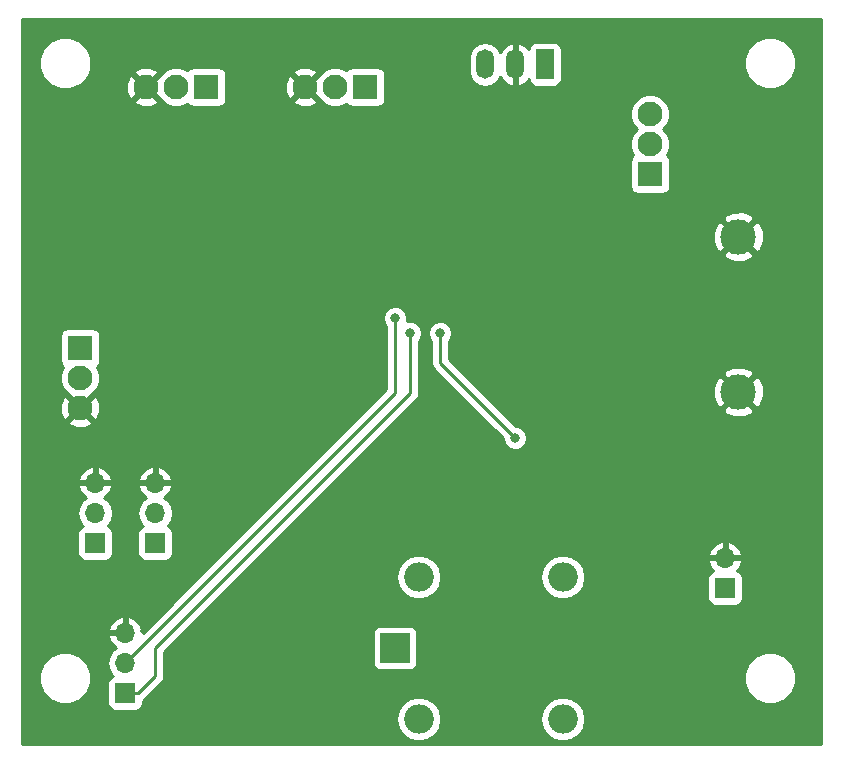
<source format=gbl>
G04 #@! TF.GenerationSoftware,KiCad,Pcbnew,5.0.2-bee76a0~70~ubuntu18.10.1*
G04 #@! TF.CreationDate,2019-09-06T12:11:08+02:00*
G04 #@! TF.ProjectId,Handylader_Fach_RS458_SMD_002,48616e64-796c-4616-9465-725f46616368,rev?*
G04 #@! TF.SameCoordinates,Original*
G04 #@! TF.FileFunction,Copper,L2,Bot*
G04 #@! TF.FilePolarity,Positive*
%FSLAX46Y46*%
G04 Gerber Fmt 4.6, Leading zero omitted, Abs format (unit mm)*
G04 Created by KiCad (PCBNEW 5.0.2-bee76a0~70~ubuntu18.10.1) date Fr 06 Sep 2019 12:11:08 CEST*
%MOMM*%
%LPD*%
G01*
G04 APERTURE LIST*
G04 #@! TA.AperFunction,ComponentPad*
%ADD10C,3.000000*%
G04 #@! TD*
G04 #@! TA.AperFunction,ComponentPad*
%ADD11C,2.100000*%
G04 #@! TD*
G04 #@! TA.AperFunction,ComponentPad*
%ADD12R,2.100000X2.100000*%
G04 #@! TD*
G04 #@! TA.AperFunction,ComponentPad*
%ADD13R,2.500000X2.500000*%
G04 #@! TD*
G04 #@! TA.AperFunction,ComponentPad*
%ADD14O,2.500000X2.500000*%
G04 #@! TD*
G04 #@! TA.AperFunction,ComponentPad*
%ADD15R,1.500000X2.500000*%
G04 #@! TD*
G04 #@! TA.AperFunction,ComponentPad*
%ADD16O,1.500000X2.500000*%
G04 #@! TD*
G04 #@! TA.AperFunction,ComponentPad*
%ADD17R,1.700000X1.700000*%
G04 #@! TD*
G04 #@! TA.AperFunction,ComponentPad*
%ADD18O,1.700000X1.700000*%
G04 #@! TD*
G04 #@! TA.AperFunction,ViaPad*
%ADD19C,0.800000*%
G04 #@! TD*
G04 #@! TA.AperFunction,Conductor*
%ADD20C,0.250000*%
G04 #@! TD*
G04 #@! TA.AperFunction,Conductor*
%ADD21C,0.254000*%
G04 #@! TD*
G04 APERTURE END LIST*
D10*
G04 #@! TO.P,J12,5*
G04 #@! TO.N,GND*
X92570000Y-35030000D03*
X92570000Y-48170000D03*
G04 #@! TD*
D11*
G04 #@! TO.P,J1,3*
G04 #@! TO.N,Net-(C1-Pad1)*
X85090000Y-24638000D03*
G04 #@! TO.P,J1,2*
G04 #@! TO.N,N/C*
X85090000Y-27178000D03*
D12*
G04 #@! TO.P,J1,1*
G04 #@! TO.N,AC-SENSE*
X85090000Y-29718000D03*
G04 #@! TD*
G04 #@! TO.P,J2,1*
G04 #@! TO.N,+12V*
X60960000Y-22352000D03*
D11*
G04 #@! TO.P,J2,2*
G04 #@! TO.N,N/C*
X58420000Y-22352000D03*
G04 #@! TO.P,J2,3*
G04 #@! TO.N,GND*
X55880000Y-22352000D03*
G04 #@! TD*
G04 #@! TO.P,J3,3*
G04 #@! TO.N,GND*
X42418000Y-22352000D03*
G04 #@! TO.P,J3,2*
G04 #@! TO.N,N/C*
X44958000Y-22352000D03*
D12*
G04 #@! TO.P,J3,1*
G04 #@! TO.N,+12V*
X47498000Y-22352000D03*
G04 #@! TD*
G04 #@! TO.P,J4,1*
G04 #@! TO.N,+5V*
X36830000Y-44450000D03*
D11*
G04 #@! TO.P,J4,2*
G04 #@! TO.N,Net-(J4-Pad2)*
X36830000Y-46990000D03*
G04 #@! TO.P,J4,3*
G04 #@! TO.N,GND*
X36830000Y-49530000D03*
G04 #@! TD*
D13*
G04 #@! TO.P,K1,1*
G04 #@! TO.N,+12V*
X63500000Y-69850000D03*
D14*
G04 #@! TO.P,K1,2*
G04 #@! TO.N,+5V*
X65500000Y-75850000D03*
G04 #@! TO.P,K1,3*
G04 #@! TO.N,RELAIS-OUT*
X77700000Y-75850000D03*
G04 #@! TO.P,K1,4*
G04 #@! TO.N,N/C*
X77700000Y-63850000D03*
G04 #@! TO.P,K1,5*
G04 #@! TO.N,RELAIS*
X65500000Y-63850000D03*
G04 #@! TD*
D15*
G04 #@! TO.P,U2,1*
G04 #@! TO.N,+12V*
X76200000Y-20425000D03*
D16*
G04 #@! TO.P,U2,2*
G04 #@! TO.N,GND*
X73660000Y-20425000D03*
G04 #@! TO.P,U2,3*
G04 #@! TO.N,+5V*
X71120000Y-20425000D03*
G04 #@! TD*
D17*
G04 #@! TO.P,J7,1*
G04 #@! TO.N,D6*
X38100000Y-60960000D03*
D18*
G04 #@! TO.P,J7,2*
G04 #@! TO.N,+5V*
X38100000Y-58420000D03*
G04 #@! TO.P,J7,3*
G04 #@! TO.N,GND*
X38100000Y-55880000D03*
G04 #@! TD*
G04 #@! TO.P,J9,3*
G04 #@! TO.N,GND*
X43180000Y-55880000D03*
G04 #@! TO.P,J9,2*
G04 #@! TO.N,+5V*
X43180000Y-58420000D03*
D17*
G04 #@! TO.P,J9,1*
G04 #@! TO.N,D5*
X43180000Y-60960000D03*
G04 #@! TD*
G04 #@! TO.P,J11,1*
G04 #@! TO.N,RELAIS-OUT*
X91440000Y-64770000D03*
D18*
G04 #@! TO.P,J11,2*
G04 #@! TO.N,GND*
X91440000Y-62230000D03*
G04 #@! TD*
D17*
G04 #@! TO.P,J8,1*
G04 #@! TO.N,RX*
X40640000Y-73660000D03*
D18*
G04 #@! TO.P,J8,2*
G04 #@! TO.N,TX*
X40640000Y-71120000D03*
G04 #@! TO.P,J8,3*
G04 #@! TO.N,GND*
X40640000Y-68580000D03*
G04 #@! TD*
D19*
G04 #@! TO.N,GND*
X62230000Y-26670000D03*
X74930000Y-55880000D03*
X58420000Y-44450000D03*
X76200000Y-24130000D03*
X41910000Y-49530000D03*
X53340000Y-63500000D03*
X72390000Y-33020000D03*
X54610000Y-36830000D03*
X44450000Y-43180000D03*
X54610000Y-68580000D03*
X85090000Y-41910000D03*
X78740000Y-46990000D03*
G04 #@! TO.N,RESET*
X73660000Y-52070000D03*
X67310000Y-43180000D03*
G04 #@! TO.N,RX*
X64770000Y-43180000D03*
G04 #@! TO.N,TX*
X63500000Y-41910000D03*
G04 #@! TD*
D20*
G04 #@! TO.N,RESET*
X73660000Y-52070000D02*
X67310000Y-45720000D01*
X67310000Y-45720000D02*
X67310000Y-43180000D01*
G04 #@! TO.N,RX*
X64770000Y-43180000D02*
X64770000Y-48260000D01*
X64770000Y-48260000D02*
X43180000Y-69850000D01*
X41740000Y-73660000D02*
X40640000Y-73660000D01*
X43180000Y-72220000D02*
X41740000Y-73660000D01*
X43180000Y-69850000D02*
X43180000Y-72220000D01*
G04 #@! TO.N,TX*
X63500000Y-48260000D02*
X63500000Y-41910000D01*
X40640000Y-71120000D02*
X63500000Y-48260000D01*
G04 #@! TD*
D21*
G04 #@! TO.N,GND*
G36*
X99595000Y-78005000D02*
X31877000Y-78005000D01*
X31877000Y-75850000D01*
X63578071Y-75850000D01*
X63724369Y-76585490D01*
X64140991Y-77209009D01*
X64764510Y-77625631D01*
X65314345Y-77735000D01*
X65685655Y-77735000D01*
X66235490Y-77625631D01*
X66859009Y-77209009D01*
X67275631Y-76585490D01*
X67421929Y-75850000D01*
X75778071Y-75850000D01*
X75924369Y-76585490D01*
X76340991Y-77209009D01*
X76964510Y-77625631D01*
X77514345Y-77735000D01*
X77885655Y-77735000D01*
X78435490Y-77625631D01*
X79059009Y-77209009D01*
X79475631Y-76585490D01*
X79621929Y-75850000D01*
X79475631Y-75114510D01*
X79059009Y-74490991D01*
X78435490Y-74074369D01*
X77885655Y-73965000D01*
X77514345Y-73965000D01*
X76964510Y-74074369D01*
X76340991Y-74490991D01*
X75924369Y-75114510D01*
X75778071Y-75850000D01*
X67421929Y-75850000D01*
X67275631Y-75114510D01*
X66859009Y-74490991D01*
X66235490Y-74074369D01*
X65685655Y-73965000D01*
X65314345Y-73965000D01*
X64764510Y-74074369D01*
X64140991Y-74490991D01*
X63724369Y-75114510D01*
X63578071Y-75850000D01*
X31877000Y-75850000D01*
X31877000Y-71945431D01*
X33325000Y-71945431D01*
X33325000Y-72834569D01*
X33665259Y-73656026D01*
X34293974Y-74284741D01*
X35115431Y-74625000D01*
X36004569Y-74625000D01*
X36826026Y-74284741D01*
X37454741Y-73656026D01*
X37795000Y-72834569D01*
X37795000Y-71945431D01*
X37454741Y-71123974D01*
X37450767Y-71120000D01*
X39125908Y-71120000D01*
X39241161Y-71699418D01*
X39569375Y-72190625D01*
X39587619Y-72202816D01*
X39542235Y-72211843D01*
X39332191Y-72352191D01*
X39191843Y-72562235D01*
X39142560Y-72810000D01*
X39142560Y-74510000D01*
X39191843Y-74757765D01*
X39332191Y-74967809D01*
X39542235Y-75108157D01*
X39790000Y-75157440D01*
X41490000Y-75157440D01*
X41737765Y-75108157D01*
X41947809Y-74967809D01*
X42088157Y-74757765D01*
X42137440Y-74510000D01*
X42137440Y-74308483D01*
X42287929Y-74207929D01*
X42330331Y-74144470D01*
X43664473Y-72810329D01*
X43727929Y-72767929D01*
X43895904Y-72516537D01*
X43940000Y-72294852D01*
X43940000Y-72294848D01*
X43954888Y-72220000D01*
X43940000Y-72145152D01*
X43940000Y-71945431D01*
X93015000Y-71945431D01*
X93015000Y-72834569D01*
X93355259Y-73656026D01*
X93983974Y-74284741D01*
X94805431Y-74625000D01*
X95694569Y-74625000D01*
X96516026Y-74284741D01*
X97144741Y-73656026D01*
X97485000Y-72834569D01*
X97485000Y-71945431D01*
X97144741Y-71123974D01*
X96516026Y-70495259D01*
X95694569Y-70155000D01*
X94805431Y-70155000D01*
X93983974Y-70495259D01*
X93355259Y-71123974D01*
X93015000Y-71945431D01*
X43940000Y-71945431D01*
X43940000Y-70164801D01*
X45504801Y-68600000D01*
X61602560Y-68600000D01*
X61602560Y-71100000D01*
X61651843Y-71347765D01*
X61792191Y-71557809D01*
X62002235Y-71698157D01*
X62250000Y-71747440D01*
X64750000Y-71747440D01*
X64997765Y-71698157D01*
X65207809Y-71557809D01*
X65348157Y-71347765D01*
X65397440Y-71100000D01*
X65397440Y-68600000D01*
X65348157Y-68352235D01*
X65207809Y-68142191D01*
X64997765Y-68001843D01*
X64750000Y-67952560D01*
X62250000Y-67952560D01*
X62002235Y-68001843D01*
X61792191Y-68142191D01*
X61651843Y-68352235D01*
X61602560Y-68600000D01*
X45504801Y-68600000D01*
X50254801Y-63850000D01*
X63578071Y-63850000D01*
X63724369Y-64585490D01*
X64140991Y-65209009D01*
X64764510Y-65625631D01*
X65314345Y-65735000D01*
X65685655Y-65735000D01*
X66235490Y-65625631D01*
X66859009Y-65209009D01*
X67275631Y-64585490D01*
X67421929Y-63850000D01*
X75778071Y-63850000D01*
X75924369Y-64585490D01*
X76340991Y-65209009D01*
X76964510Y-65625631D01*
X77514345Y-65735000D01*
X77885655Y-65735000D01*
X78435490Y-65625631D01*
X79059009Y-65209009D01*
X79475631Y-64585490D01*
X79608005Y-63920000D01*
X89942560Y-63920000D01*
X89942560Y-65620000D01*
X89991843Y-65867765D01*
X90132191Y-66077809D01*
X90342235Y-66218157D01*
X90590000Y-66267440D01*
X92290000Y-66267440D01*
X92537765Y-66218157D01*
X92747809Y-66077809D01*
X92888157Y-65867765D01*
X92937440Y-65620000D01*
X92937440Y-63920000D01*
X92888157Y-63672235D01*
X92747809Y-63462191D01*
X92537765Y-63321843D01*
X92434292Y-63301261D01*
X92711645Y-62996924D01*
X92881476Y-62586890D01*
X92760155Y-62357000D01*
X91567000Y-62357000D01*
X91567000Y-62377000D01*
X91313000Y-62377000D01*
X91313000Y-62357000D01*
X90119845Y-62357000D01*
X89998524Y-62586890D01*
X90168355Y-62996924D01*
X90445708Y-63301261D01*
X90342235Y-63321843D01*
X90132191Y-63462191D01*
X89991843Y-63672235D01*
X89942560Y-63920000D01*
X79608005Y-63920000D01*
X79621929Y-63850000D01*
X79475631Y-63114510D01*
X79059009Y-62490991D01*
X78435490Y-62074369D01*
X77885655Y-61965000D01*
X77514345Y-61965000D01*
X76964510Y-62074369D01*
X76340991Y-62490991D01*
X75924369Y-63114510D01*
X75778071Y-63850000D01*
X67421929Y-63850000D01*
X67275631Y-63114510D01*
X66859009Y-62490991D01*
X66235490Y-62074369D01*
X65685655Y-61965000D01*
X65314345Y-61965000D01*
X64764510Y-62074369D01*
X64140991Y-62490991D01*
X63724369Y-63114510D01*
X63578071Y-63850000D01*
X50254801Y-63850000D01*
X52231691Y-61873110D01*
X89998524Y-61873110D01*
X90119845Y-62103000D01*
X91313000Y-62103000D01*
X91313000Y-60909181D01*
X91567000Y-60909181D01*
X91567000Y-62103000D01*
X92760155Y-62103000D01*
X92881476Y-61873110D01*
X92711645Y-61463076D01*
X92321358Y-61034817D01*
X91796892Y-60788514D01*
X91567000Y-60909181D01*
X91313000Y-60909181D01*
X91083108Y-60788514D01*
X90558642Y-61034817D01*
X90168355Y-61463076D01*
X89998524Y-61873110D01*
X52231691Y-61873110D01*
X65254473Y-48850329D01*
X65317929Y-48807929D01*
X65360924Y-48743582D01*
X65485904Y-48556538D01*
X65495480Y-48508395D01*
X65530000Y-48334852D01*
X65530000Y-48334848D01*
X65544888Y-48260000D01*
X65530000Y-48185152D01*
X65530000Y-43883711D01*
X65647431Y-43766280D01*
X65805000Y-43385874D01*
X65805000Y-42974126D01*
X66275000Y-42974126D01*
X66275000Y-43385874D01*
X66432569Y-43766280D01*
X66550001Y-43883712D01*
X66550000Y-45645153D01*
X66535112Y-45720000D01*
X66550000Y-45794847D01*
X66550000Y-45794851D01*
X66594096Y-46016536D01*
X66762071Y-46267929D01*
X66825530Y-46310331D01*
X72625000Y-52109802D01*
X72625000Y-52275874D01*
X72782569Y-52656280D01*
X73073720Y-52947431D01*
X73454126Y-53105000D01*
X73865874Y-53105000D01*
X74246280Y-52947431D01*
X74537431Y-52656280D01*
X74695000Y-52275874D01*
X74695000Y-51864126D01*
X74537431Y-51483720D01*
X74246280Y-51192569D01*
X73865874Y-51035000D01*
X73699802Y-51035000D01*
X72348772Y-49683970D01*
X91235635Y-49683970D01*
X91395418Y-50002739D01*
X92186187Y-50312723D01*
X93035387Y-50296497D01*
X93744582Y-50002739D01*
X93904365Y-49683970D01*
X92570000Y-48349605D01*
X91235635Y-49683970D01*
X72348772Y-49683970D01*
X70450989Y-47786187D01*
X90427277Y-47786187D01*
X90443503Y-48635387D01*
X90737261Y-49344582D01*
X91056030Y-49504365D01*
X92390395Y-48170000D01*
X92749605Y-48170000D01*
X94083970Y-49504365D01*
X94402739Y-49344582D01*
X94712723Y-48553813D01*
X94696497Y-47704613D01*
X94402739Y-46995418D01*
X94083970Y-46835635D01*
X92749605Y-48170000D01*
X92390395Y-48170000D01*
X91056030Y-46835635D01*
X90737261Y-46995418D01*
X90427277Y-47786187D01*
X70450989Y-47786187D01*
X69320832Y-46656030D01*
X91235635Y-46656030D01*
X92570000Y-47990395D01*
X93904365Y-46656030D01*
X93744582Y-46337261D01*
X92953813Y-46027277D01*
X92104613Y-46043503D01*
X91395418Y-46337261D01*
X91235635Y-46656030D01*
X69320832Y-46656030D01*
X68070000Y-45405199D01*
X68070000Y-43883711D01*
X68187431Y-43766280D01*
X68345000Y-43385874D01*
X68345000Y-42974126D01*
X68187431Y-42593720D01*
X67896280Y-42302569D01*
X67515874Y-42145000D01*
X67104126Y-42145000D01*
X66723720Y-42302569D01*
X66432569Y-42593720D01*
X66275000Y-42974126D01*
X65805000Y-42974126D01*
X65647431Y-42593720D01*
X65356280Y-42302569D01*
X64975874Y-42145000D01*
X64564126Y-42145000D01*
X64514405Y-42165595D01*
X64535000Y-42115874D01*
X64535000Y-41704126D01*
X64377431Y-41323720D01*
X64086280Y-41032569D01*
X63705874Y-40875000D01*
X63294126Y-40875000D01*
X62913720Y-41032569D01*
X62622569Y-41323720D01*
X62465000Y-41704126D01*
X62465000Y-42115874D01*
X62622569Y-42496280D01*
X62740001Y-42613712D01*
X62740000Y-47945198D01*
X42125000Y-68560199D01*
X42125000Y-68452998D01*
X41960156Y-68452998D01*
X42081476Y-68223110D01*
X41911645Y-67813076D01*
X41521358Y-67384817D01*
X40996892Y-67138514D01*
X40767000Y-67259181D01*
X40767000Y-68453000D01*
X40787000Y-68453000D01*
X40787000Y-68707000D01*
X40767000Y-68707000D01*
X40767000Y-68727000D01*
X40513000Y-68727000D01*
X40513000Y-68707000D01*
X39319845Y-68707000D01*
X39198524Y-68936890D01*
X39368355Y-69346924D01*
X39758642Y-69775183D01*
X39888478Y-69836157D01*
X39569375Y-70049375D01*
X39241161Y-70540582D01*
X39125908Y-71120000D01*
X37450767Y-71120000D01*
X36826026Y-70495259D01*
X36004569Y-70155000D01*
X35115431Y-70155000D01*
X34293974Y-70495259D01*
X33665259Y-71123974D01*
X33325000Y-71945431D01*
X31877000Y-71945431D01*
X31877000Y-68223110D01*
X39198524Y-68223110D01*
X39319845Y-68453000D01*
X40513000Y-68453000D01*
X40513000Y-67259181D01*
X40283108Y-67138514D01*
X39758642Y-67384817D01*
X39368355Y-67813076D01*
X39198524Y-68223110D01*
X31877000Y-68223110D01*
X31877000Y-58420000D01*
X36585908Y-58420000D01*
X36701161Y-58999418D01*
X37029375Y-59490625D01*
X37047619Y-59502816D01*
X37002235Y-59511843D01*
X36792191Y-59652191D01*
X36651843Y-59862235D01*
X36602560Y-60110000D01*
X36602560Y-61810000D01*
X36651843Y-62057765D01*
X36792191Y-62267809D01*
X37002235Y-62408157D01*
X37250000Y-62457440D01*
X38950000Y-62457440D01*
X39197765Y-62408157D01*
X39407809Y-62267809D01*
X39548157Y-62057765D01*
X39597440Y-61810000D01*
X39597440Y-60110000D01*
X39548157Y-59862235D01*
X39407809Y-59652191D01*
X39197765Y-59511843D01*
X39152381Y-59502816D01*
X39170625Y-59490625D01*
X39498839Y-58999418D01*
X39614092Y-58420000D01*
X41665908Y-58420000D01*
X41781161Y-58999418D01*
X42109375Y-59490625D01*
X42127619Y-59502816D01*
X42082235Y-59511843D01*
X41872191Y-59652191D01*
X41731843Y-59862235D01*
X41682560Y-60110000D01*
X41682560Y-61810000D01*
X41731843Y-62057765D01*
X41872191Y-62267809D01*
X42082235Y-62408157D01*
X42330000Y-62457440D01*
X44030000Y-62457440D01*
X44277765Y-62408157D01*
X44487809Y-62267809D01*
X44628157Y-62057765D01*
X44677440Y-61810000D01*
X44677440Y-60110000D01*
X44628157Y-59862235D01*
X44487809Y-59652191D01*
X44277765Y-59511843D01*
X44232381Y-59502816D01*
X44250625Y-59490625D01*
X44578839Y-58999418D01*
X44694092Y-58420000D01*
X44578839Y-57840582D01*
X44250625Y-57349375D01*
X43931522Y-57136157D01*
X44061358Y-57075183D01*
X44451645Y-56646924D01*
X44621476Y-56236890D01*
X44500155Y-56007000D01*
X43307000Y-56007000D01*
X43307000Y-56027000D01*
X43053000Y-56027000D01*
X43053000Y-56007000D01*
X41859845Y-56007000D01*
X41738524Y-56236890D01*
X41908355Y-56646924D01*
X42298642Y-57075183D01*
X42428478Y-57136157D01*
X42109375Y-57349375D01*
X41781161Y-57840582D01*
X41665908Y-58420000D01*
X39614092Y-58420000D01*
X39498839Y-57840582D01*
X39170625Y-57349375D01*
X38851522Y-57136157D01*
X38981358Y-57075183D01*
X39371645Y-56646924D01*
X39541476Y-56236890D01*
X39420155Y-56007000D01*
X38227000Y-56007000D01*
X38227000Y-56027000D01*
X37973000Y-56027000D01*
X37973000Y-56007000D01*
X36779845Y-56007000D01*
X36658524Y-56236890D01*
X36828355Y-56646924D01*
X37218642Y-57075183D01*
X37348478Y-57136157D01*
X37029375Y-57349375D01*
X36701161Y-57840582D01*
X36585908Y-58420000D01*
X31877000Y-58420000D01*
X31877000Y-55523110D01*
X36658524Y-55523110D01*
X36779845Y-55753000D01*
X37973000Y-55753000D01*
X37973000Y-54559181D01*
X38227000Y-54559181D01*
X38227000Y-55753000D01*
X39420155Y-55753000D01*
X39541476Y-55523110D01*
X41738524Y-55523110D01*
X41859845Y-55753000D01*
X43053000Y-55753000D01*
X43053000Y-54559181D01*
X43307000Y-54559181D01*
X43307000Y-55753000D01*
X44500155Y-55753000D01*
X44621476Y-55523110D01*
X44451645Y-55113076D01*
X44061358Y-54684817D01*
X43536892Y-54438514D01*
X43307000Y-54559181D01*
X43053000Y-54559181D01*
X42823108Y-54438514D01*
X42298642Y-54684817D01*
X41908355Y-55113076D01*
X41738524Y-55523110D01*
X39541476Y-55523110D01*
X39371645Y-55113076D01*
X38981358Y-54684817D01*
X38456892Y-54438514D01*
X38227000Y-54559181D01*
X37973000Y-54559181D01*
X37743108Y-54438514D01*
X37218642Y-54684817D01*
X36828355Y-55113076D01*
X36658524Y-55523110D01*
X31877000Y-55523110D01*
X31877000Y-50718703D01*
X35820902Y-50718703D01*
X35925687Y-50990745D01*
X36553526Y-51225619D01*
X37223456Y-51202349D01*
X37734313Y-50990745D01*
X37839098Y-50718703D01*
X36830000Y-49709605D01*
X35820902Y-50718703D01*
X31877000Y-50718703D01*
X31877000Y-49253526D01*
X35134381Y-49253526D01*
X35157651Y-49923456D01*
X35369255Y-50434313D01*
X35641297Y-50539098D01*
X36650395Y-49530000D01*
X37009605Y-49530000D01*
X38018703Y-50539098D01*
X38290745Y-50434313D01*
X38525619Y-49806474D01*
X38502349Y-49136544D01*
X38290745Y-48625687D01*
X38018703Y-48520902D01*
X37009605Y-49530000D01*
X36650395Y-49530000D01*
X35641297Y-48520902D01*
X35369255Y-48625687D01*
X35134381Y-49253526D01*
X31877000Y-49253526D01*
X31877000Y-43400000D01*
X35132560Y-43400000D01*
X35132560Y-45500000D01*
X35181843Y-45747765D01*
X35322191Y-45957809D01*
X35416335Y-46020715D01*
X35401526Y-46035524D01*
X35145000Y-46654833D01*
X35145000Y-47325167D01*
X35401526Y-47944476D01*
X35875524Y-48418474D01*
X35914028Y-48434423D01*
X36830000Y-49350395D01*
X37745972Y-48434423D01*
X37784476Y-48418474D01*
X38258474Y-47944476D01*
X38515000Y-47325167D01*
X38515000Y-46654833D01*
X38258474Y-46035524D01*
X38243665Y-46020715D01*
X38337809Y-45957809D01*
X38478157Y-45747765D01*
X38527440Y-45500000D01*
X38527440Y-43400000D01*
X38478157Y-43152235D01*
X38337809Y-42942191D01*
X38127765Y-42801843D01*
X37880000Y-42752560D01*
X35780000Y-42752560D01*
X35532235Y-42801843D01*
X35322191Y-42942191D01*
X35181843Y-43152235D01*
X35132560Y-43400000D01*
X31877000Y-43400000D01*
X31877000Y-36543970D01*
X91235635Y-36543970D01*
X91395418Y-36862739D01*
X92186187Y-37172723D01*
X93035387Y-37156497D01*
X93744582Y-36862739D01*
X93904365Y-36543970D01*
X92570000Y-35209605D01*
X91235635Y-36543970D01*
X31877000Y-36543970D01*
X31877000Y-34646187D01*
X90427277Y-34646187D01*
X90443503Y-35495387D01*
X90737261Y-36204582D01*
X91056030Y-36364365D01*
X92390395Y-35030000D01*
X92749605Y-35030000D01*
X94083970Y-36364365D01*
X94402739Y-36204582D01*
X94712723Y-35413813D01*
X94696497Y-34564613D01*
X94402739Y-33855418D01*
X94083970Y-33695635D01*
X92749605Y-35030000D01*
X92390395Y-35030000D01*
X91056030Y-33695635D01*
X90737261Y-33855418D01*
X90427277Y-34646187D01*
X31877000Y-34646187D01*
X31877000Y-33516030D01*
X91235635Y-33516030D01*
X92570000Y-34850395D01*
X93904365Y-33516030D01*
X93744582Y-33197261D01*
X92953813Y-32887277D01*
X92104613Y-32903503D01*
X91395418Y-33197261D01*
X91235635Y-33516030D01*
X31877000Y-33516030D01*
X31877000Y-28668000D01*
X83392560Y-28668000D01*
X83392560Y-30768000D01*
X83441843Y-31015765D01*
X83582191Y-31225809D01*
X83792235Y-31366157D01*
X84040000Y-31415440D01*
X86140000Y-31415440D01*
X86387765Y-31366157D01*
X86597809Y-31225809D01*
X86738157Y-31015765D01*
X86787440Y-30768000D01*
X86787440Y-28668000D01*
X86738157Y-28420235D01*
X86597809Y-28210191D01*
X86503665Y-28147285D01*
X86518474Y-28132476D01*
X86775000Y-27513167D01*
X86775000Y-26842833D01*
X86518474Y-26223524D01*
X86202950Y-25908000D01*
X86518474Y-25592476D01*
X86775000Y-24973167D01*
X86775000Y-24302833D01*
X86518474Y-23683524D01*
X86044476Y-23209526D01*
X85425167Y-22953000D01*
X84754833Y-22953000D01*
X84135524Y-23209526D01*
X83661526Y-23683524D01*
X83405000Y-24302833D01*
X83405000Y-24973167D01*
X83661526Y-25592476D01*
X83977050Y-25908000D01*
X83661526Y-26223524D01*
X83405000Y-26842833D01*
X83405000Y-27513167D01*
X83661526Y-28132476D01*
X83676335Y-28147285D01*
X83582191Y-28210191D01*
X83441843Y-28420235D01*
X83392560Y-28668000D01*
X31877000Y-28668000D01*
X31877000Y-23540703D01*
X41408902Y-23540703D01*
X41513687Y-23812745D01*
X42141526Y-24047619D01*
X42811456Y-24024349D01*
X43322313Y-23812745D01*
X43427098Y-23540703D01*
X42418000Y-22531605D01*
X41408902Y-23540703D01*
X31877000Y-23540703D01*
X31877000Y-19875431D01*
X33325000Y-19875431D01*
X33325000Y-20764569D01*
X33665259Y-21586026D01*
X34293974Y-22214741D01*
X35115431Y-22555000D01*
X36004569Y-22555000D01*
X36826026Y-22214741D01*
X36965241Y-22075526D01*
X40722381Y-22075526D01*
X40745651Y-22745456D01*
X40957255Y-23256313D01*
X41229297Y-23361098D01*
X42238395Y-22352000D01*
X42597605Y-22352000D01*
X43513577Y-23267972D01*
X43529526Y-23306476D01*
X44003524Y-23780474D01*
X44622833Y-24037000D01*
X45293167Y-24037000D01*
X45912476Y-23780474D01*
X45927285Y-23765665D01*
X45990191Y-23859809D01*
X46200235Y-24000157D01*
X46448000Y-24049440D01*
X48548000Y-24049440D01*
X48795765Y-24000157D01*
X49005809Y-23859809D01*
X49146157Y-23649765D01*
X49167850Y-23540703D01*
X54870902Y-23540703D01*
X54975687Y-23812745D01*
X55603526Y-24047619D01*
X56273456Y-24024349D01*
X56784313Y-23812745D01*
X56889098Y-23540703D01*
X55880000Y-22531605D01*
X54870902Y-23540703D01*
X49167850Y-23540703D01*
X49195440Y-23402000D01*
X49195440Y-22075526D01*
X54184381Y-22075526D01*
X54207651Y-22745456D01*
X54419255Y-23256313D01*
X54691297Y-23361098D01*
X55700395Y-22352000D01*
X56059605Y-22352000D01*
X56975577Y-23267972D01*
X56991526Y-23306476D01*
X57465524Y-23780474D01*
X58084833Y-24037000D01*
X58755167Y-24037000D01*
X59374476Y-23780474D01*
X59389285Y-23765665D01*
X59452191Y-23859809D01*
X59662235Y-24000157D01*
X59910000Y-24049440D01*
X62010000Y-24049440D01*
X62257765Y-24000157D01*
X62467809Y-23859809D01*
X62608157Y-23649765D01*
X62657440Y-23402000D01*
X62657440Y-21302000D01*
X62608157Y-21054235D01*
X62467809Y-20844191D01*
X62257765Y-20703843D01*
X62010000Y-20654560D01*
X59910000Y-20654560D01*
X59662235Y-20703843D01*
X59452191Y-20844191D01*
X59389285Y-20938335D01*
X59374476Y-20923526D01*
X58755167Y-20667000D01*
X58084833Y-20667000D01*
X57465524Y-20923526D01*
X56991526Y-21397524D01*
X56975577Y-21436028D01*
X56059605Y-22352000D01*
X55700395Y-22352000D01*
X54691297Y-21342902D01*
X54419255Y-21447687D01*
X54184381Y-22075526D01*
X49195440Y-22075526D01*
X49195440Y-21302000D01*
X49167851Y-21163297D01*
X54870902Y-21163297D01*
X55880000Y-22172395D01*
X56889098Y-21163297D01*
X56784313Y-20891255D01*
X56156474Y-20656381D01*
X55486544Y-20679651D01*
X54975687Y-20891255D01*
X54870902Y-21163297D01*
X49167851Y-21163297D01*
X49146157Y-21054235D01*
X49005809Y-20844191D01*
X48795765Y-20703843D01*
X48548000Y-20654560D01*
X46448000Y-20654560D01*
X46200235Y-20703843D01*
X45990191Y-20844191D01*
X45927285Y-20938335D01*
X45912476Y-20923526D01*
X45293167Y-20667000D01*
X44622833Y-20667000D01*
X44003524Y-20923526D01*
X43529526Y-21397524D01*
X43513577Y-21436028D01*
X42597605Y-22352000D01*
X42238395Y-22352000D01*
X41229297Y-21342902D01*
X40957255Y-21447687D01*
X40722381Y-22075526D01*
X36965241Y-22075526D01*
X37454741Y-21586026D01*
X37629841Y-21163297D01*
X41408902Y-21163297D01*
X42418000Y-22172395D01*
X43427098Y-21163297D01*
X43322313Y-20891255D01*
X42694474Y-20656381D01*
X42024544Y-20679651D01*
X41513687Y-20891255D01*
X41408902Y-21163297D01*
X37629841Y-21163297D01*
X37795000Y-20764569D01*
X37795000Y-19875431D01*
X37759031Y-19788593D01*
X69735000Y-19788593D01*
X69735000Y-21061406D01*
X69815359Y-21465399D01*
X70121471Y-21923528D01*
X70579600Y-22229641D01*
X71120000Y-22337133D01*
X71660399Y-22229641D01*
X72118528Y-21923529D01*
X72405742Y-21493684D01*
X72429028Y-21572349D01*
X72770460Y-21994145D01*
X73247316Y-22253173D01*
X73318815Y-22267318D01*
X73533000Y-22144656D01*
X73533000Y-20552000D01*
X73513000Y-20552000D01*
X73513000Y-20298000D01*
X73533000Y-20298000D01*
X73533000Y-18705344D01*
X73787000Y-18705344D01*
X73787000Y-20298000D01*
X73807000Y-20298000D01*
X73807000Y-20552000D01*
X73787000Y-20552000D01*
X73787000Y-22144656D01*
X74001185Y-22267318D01*
X74072684Y-22253173D01*
X74549540Y-21994145D01*
X74803609Y-21680275D01*
X74851843Y-21922765D01*
X74992191Y-22132809D01*
X75202235Y-22273157D01*
X75450000Y-22322440D01*
X76950000Y-22322440D01*
X77197765Y-22273157D01*
X77407809Y-22132809D01*
X77548157Y-21922765D01*
X77597440Y-21675000D01*
X77597440Y-19875431D01*
X93015000Y-19875431D01*
X93015000Y-20764569D01*
X93355259Y-21586026D01*
X93983974Y-22214741D01*
X94805431Y-22555000D01*
X95694569Y-22555000D01*
X96516026Y-22214741D01*
X97144741Y-21586026D01*
X97485000Y-20764569D01*
X97485000Y-19875431D01*
X97144741Y-19053974D01*
X96516026Y-18425259D01*
X95694569Y-18085000D01*
X94805431Y-18085000D01*
X93983974Y-18425259D01*
X93355259Y-19053974D01*
X93015000Y-19875431D01*
X77597440Y-19875431D01*
X77597440Y-19175000D01*
X77548157Y-18927235D01*
X77407809Y-18717191D01*
X77197765Y-18576843D01*
X76950000Y-18527560D01*
X75450000Y-18527560D01*
X75202235Y-18576843D01*
X74992191Y-18717191D01*
X74851843Y-18927235D01*
X74803609Y-19169725D01*
X74549540Y-18855855D01*
X74072684Y-18596827D01*
X74001185Y-18582682D01*
X73787000Y-18705344D01*
X73533000Y-18705344D01*
X73318815Y-18582682D01*
X73247316Y-18596827D01*
X72770460Y-18855855D01*
X72429028Y-19277651D01*
X72405742Y-19356316D01*
X72118529Y-18926471D01*
X71660400Y-18620359D01*
X71120000Y-18512867D01*
X70579601Y-18620359D01*
X70121472Y-18926471D01*
X69815359Y-19384600D01*
X69735000Y-19788593D01*
X37759031Y-19788593D01*
X37454741Y-19053974D01*
X36826026Y-18425259D01*
X36004569Y-18085000D01*
X35115431Y-18085000D01*
X34293974Y-18425259D01*
X33665259Y-19053974D01*
X33325000Y-19875431D01*
X31877000Y-19875431D01*
X31877000Y-16637000D01*
X99595001Y-16637000D01*
X99595000Y-78005000D01*
X99595000Y-78005000D01*
G37*
X99595000Y-78005000D02*
X31877000Y-78005000D01*
X31877000Y-75850000D01*
X63578071Y-75850000D01*
X63724369Y-76585490D01*
X64140991Y-77209009D01*
X64764510Y-77625631D01*
X65314345Y-77735000D01*
X65685655Y-77735000D01*
X66235490Y-77625631D01*
X66859009Y-77209009D01*
X67275631Y-76585490D01*
X67421929Y-75850000D01*
X75778071Y-75850000D01*
X75924369Y-76585490D01*
X76340991Y-77209009D01*
X76964510Y-77625631D01*
X77514345Y-77735000D01*
X77885655Y-77735000D01*
X78435490Y-77625631D01*
X79059009Y-77209009D01*
X79475631Y-76585490D01*
X79621929Y-75850000D01*
X79475631Y-75114510D01*
X79059009Y-74490991D01*
X78435490Y-74074369D01*
X77885655Y-73965000D01*
X77514345Y-73965000D01*
X76964510Y-74074369D01*
X76340991Y-74490991D01*
X75924369Y-75114510D01*
X75778071Y-75850000D01*
X67421929Y-75850000D01*
X67275631Y-75114510D01*
X66859009Y-74490991D01*
X66235490Y-74074369D01*
X65685655Y-73965000D01*
X65314345Y-73965000D01*
X64764510Y-74074369D01*
X64140991Y-74490991D01*
X63724369Y-75114510D01*
X63578071Y-75850000D01*
X31877000Y-75850000D01*
X31877000Y-71945431D01*
X33325000Y-71945431D01*
X33325000Y-72834569D01*
X33665259Y-73656026D01*
X34293974Y-74284741D01*
X35115431Y-74625000D01*
X36004569Y-74625000D01*
X36826026Y-74284741D01*
X37454741Y-73656026D01*
X37795000Y-72834569D01*
X37795000Y-71945431D01*
X37454741Y-71123974D01*
X37450767Y-71120000D01*
X39125908Y-71120000D01*
X39241161Y-71699418D01*
X39569375Y-72190625D01*
X39587619Y-72202816D01*
X39542235Y-72211843D01*
X39332191Y-72352191D01*
X39191843Y-72562235D01*
X39142560Y-72810000D01*
X39142560Y-74510000D01*
X39191843Y-74757765D01*
X39332191Y-74967809D01*
X39542235Y-75108157D01*
X39790000Y-75157440D01*
X41490000Y-75157440D01*
X41737765Y-75108157D01*
X41947809Y-74967809D01*
X42088157Y-74757765D01*
X42137440Y-74510000D01*
X42137440Y-74308483D01*
X42287929Y-74207929D01*
X42330331Y-74144470D01*
X43664473Y-72810329D01*
X43727929Y-72767929D01*
X43895904Y-72516537D01*
X43940000Y-72294852D01*
X43940000Y-72294848D01*
X43954888Y-72220000D01*
X43940000Y-72145152D01*
X43940000Y-71945431D01*
X93015000Y-71945431D01*
X93015000Y-72834569D01*
X93355259Y-73656026D01*
X93983974Y-74284741D01*
X94805431Y-74625000D01*
X95694569Y-74625000D01*
X96516026Y-74284741D01*
X97144741Y-73656026D01*
X97485000Y-72834569D01*
X97485000Y-71945431D01*
X97144741Y-71123974D01*
X96516026Y-70495259D01*
X95694569Y-70155000D01*
X94805431Y-70155000D01*
X93983974Y-70495259D01*
X93355259Y-71123974D01*
X93015000Y-71945431D01*
X43940000Y-71945431D01*
X43940000Y-70164801D01*
X45504801Y-68600000D01*
X61602560Y-68600000D01*
X61602560Y-71100000D01*
X61651843Y-71347765D01*
X61792191Y-71557809D01*
X62002235Y-71698157D01*
X62250000Y-71747440D01*
X64750000Y-71747440D01*
X64997765Y-71698157D01*
X65207809Y-71557809D01*
X65348157Y-71347765D01*
X65397440Y-71100000D01*
X65397440Y-68600000D01*
X65348157Y-68352235D01*
X65207809Y-68142191D01*
X64997765Y-68001843D01*
X64750000Y-67952560D01*
X62250000Y-67952560D01*
X62002235Y-68001843D01*
X61792191Y-68142191D01*
X61651843Y-68352235D01*
X61602560Y-68600000D01*
X45504801Y-68600000D01*
X50254801Y-63850000D01*
X63578071Y-63850000D01*
X63724369Y-64585490D01*
X64140991Y-65209009D01*
X64764510Y-65625631D01*
X65314345Y-65735000D01*
X65685655Y-65735000D01*
X66235490Y-65625631D01*
X66859009Y-65209009D01*
X67275631Y-64585490D01*
X67421929Y-63850000D01*
X75778071Y-63850000D01*
X75924369Y-64585490D01*
X76340991Y-65209009D01*
X76964510Y-65625631D01*
X77514345Y-65735000D01*
X77885655Y-65735000D01*
X78435490Y-65625631D01*
X79059009Y-65209009D01*
X79475631Y-64585490D01*
X79608005Y-63920000D01*
X89942560Y-63920000D01*
X89942560Y-65620000D01*
X89991843Y-65867765D01*
X90132191Y-66077809D01*
X90342235Y-66218157D01*
X90590000Y-66267440D01*
X92290000Y-66267440D01*
X92537765Y-66218157D01*
X92747809Y-66077809D01*
X92888157Y-65867765D01*
X92937440Y-65620000D01*
X92937440Y-63920000D01*
X92888157Y-63672235D01*
X92747809Y-63462191D01*
X92537765Y-63321843D01*
X92434292Y-63301261D01*
X92711645Y-62996924D01*
X92881476Y-62586890D01*
X92760155Y-62357000D01*
X91567000Y-62357000D01*
X91567000Y-62377000D01*
X91313000Y-62377000D01*
X91313000Y-62357000D01*
X90119845Y-62357000D01*
X89998524Y-62586890D01*
X90168355Y-62996924D01*
X90445708Y-63301261D01*
X90342235Y-63321843D01*
X90132191Y-63462191D01*
X89991843Y-63672235D01*
X89942560Y-63920000D01*
X79608005Y-63920000D01*
X79621929Y-63850000D01*
X79475631Y-63114510D01*
X79059009Y-62490991D01*
X78435490Y-62074369D01*
X77885655Y-61965000D01*
X77514345Y-61965000D01*
X76964510Y-62074369D01*
X76340991Y-62490991D01*
X75924369Y-63114510D01*
X75778071Y-63850000D01*
X67421929Y-63850000D01*
X67275631Y-63114510D01*
X66859009Y-62490991D01*
X66235490Y-62074369D01*
X65685655Y-61965000D01*
X65314345Y-61965000D01*
X64764510Y-62074369D01*
X64140991Y-62490991D01*
X63724369Y-63114510D01*
X63578071Y-63850000D01*
X50254801Y-63850000D01*
X52231691Y-61873110D01*
X89998524Y-61873110D01*
X90119845Y-62103000D01*
X91313000Y-62103000D01*
X91313000Y-60909181D01*
X91567000Y-60909181D01*
X91567000Y-62103000D01*
X92760155Y-62103000D01*
X92881476Y-61873110D01*
X92711645Y-61463076D01*
X92321358Y-61034817D01*
X91796892Y-60788514D01*
X91567000Y-60909181D01*
X91313000Y-60909181D01*
X91083108Y-60788514D01*
X90558642Y-61034817D01*
X90168355Y-61463076D01*
X89998524Y-61873110D01*
X52231691Y-61873110D01*
X65254473Y-48850329D01*
X65317929Y-48807929D01*
X65360924Y-48743582D01*
X65485904Y-48556538D01*
X65495480Y-48508395D01*
X65530000Y-48334852D01*
X65530000Y-48334848D01*
X65544888Y-48260000D01*
X65530000Y-48185152D01*
X65530000Y-43883711D01*
X65647431Y-43766280D01*
X65805000Y-43385874D01*
X65805000Y-42974126D01*
X66275000Y-42974126D01*
X66275000Y-43385874D01*
X66432569Y-43766280D01*
X66550001Y-43883712D01*
X66550000Y-45645153D01*
X66535112Y-45720000D01*
X66550000Y-45794847D01*
X66550000Y-45794851D01*
X66594096Y-46016536D01*
X66762071Y-46267929D01*
X66825530Y-46310331D01*
X72625000Y-52109802D01*
X72625000Y-52275874D01*
X72782569Y-52656280D01*
X73073720Y-52947431D01*
X73454126Y-53105000D01*
X73865874Y-53105000D01*
X74246280Y-52947431D01*
X74537431Y-52656280D01*
X74695000Y-52275874D01*
X74695000Y-51864126D01*
X74537431Y-51483720D01*
X74246280Y-51192569D01*
X73865874Y-51035000D01*
X73699802Y-51035000D01*
X72348772Y-49683970D01*
X91235635Y-49683970D01*
X91395418Y-50002739D01*
X92186187Y-50312723D01*
X93035387Y-50296497D01*
X93744582Y-50002739D01*
X93904365Y-49683970D01*
X92570000Y-48349605D01*
X91235635Y-49683970D01*
X72348772Y-49683970D01*
X70450989Y-47786187D01*
X90427277Y-47786187D01*
X90443503Y-48635387D01*
X90737261Y-49344582D01*
X91056030Y-49504365D01*
X92390395Y-48170000D01*
X92749605Y-48170000D01*
X94083970Y-49504365D01*
X94402739Y-49344582D01*
X94712723Y-48553813D01*
X94696497Y-47704613D01*
X94402739Y-46995418D01*
X94083970Y-46835635D01*
X92749605Y-48170000D01*
X92390395Y-48170000D01*
X91056030Y-46835635D01*
X90737261Y-46995418D01*
X90427277Y-47786187D01*
X70450989Y-47786187D01*
X69320832Y-46656030D01*
X91235635Y-46656030D01*
X92570000Y-47990395D01*
X93904365Y-46656030D01*
X93744582Y-46337261D01*
X92953813Y-46027277D01*
X92104613Y-46043503D01*
X91395418Y-46337261D01*
X91235635Y-46656030D01*
X69320832Y-46656030D01*
X68070000Y-45405199D01*
X68070000Y-43883711D01*
X68187431Y-43766280D01*
X68345000Y-43385874D01*
X68345000Y-42974126D01*
X68187431Y-42593720D01*
X67896280Y-42302569D01*
X67515874Y-42145000D01*
X67104126Y-42145000D01*
X66723720Y-42302569D01*
X66432569Y-42593720D01*
X66275000Y-42974126D01*
X65805000Y-42974126D01*
X65647431Y-42593720D01*
X65356280Y-42302569D01*
X64975874Y-42145000D01*
X64564126Y-42145000D01*
X64514405Y-42165595D01*
X64535000Y-42115874D01*
X64535000Y-41704126D01*
X64377431Y-41323720D01*
X64086280Y-41032569D01*
X63705874Y-40875000D01*
X63294126Y-40875000D01*
X62913720Y-41032569D01*
X62622569Y-41323720D01*
X62465000Y-41704126D01*
X62465000Y-42115874D01*
X62622569Y-42496280D01*
X62740001Y-42613712D01*
X62740000Y-47945198D01*
X42125000Y-68560199D01*
X42125000Y-68452998D01*
X41960156Y-68452998D01*
X42081476Y-68223110D01*
X41911645Y-67813076D01*
X41521358Y-67384817D01*
X40996892Y-67138514D01*
X40767000Y-67259181D01*
X40767000Y-68453000D01*
X40787000Y-68453000D01*
X40787000Y-68707000D01*
X40767000Y-68707000D01*
X40767000Y-68727000D01*
X40513000Y-68727000D01*
X40513000Y-68707000D01*
X39319845Y-68707000D01*
X39198524Y-68936890D01*
X39368355Y-69346924D01*
X39758642Y-69775183D01*
X39888478Y-69836157D01*
X39569375Y-70049375D01*
X39241161Y-70540582D01*
X39125908Y-71120000D01*
X37450767Y-71120000D01*
X36826026Y-70495259D01*
X36004569Y-70155000D01*
X35115431Y-70155000D01*
X34293974Y-70495259D01*
X33665259Y-71123974D01*
X33325000Y-71945431D01*
X31877000Y-71945431D01*
X31877000Y-68223110D01*
X39198524Y-68223110D01*
X39319845Y-68453000D01*
X40513000Y-68453000D01*
X40513000Y-67259181D01*
X40283108Y-67138514D01*
X39758642Y-67384817D01*
X39368355Y-67813076D01*
X39198524Y-68223110D01*
X31877000Y-68223110D01*
X31877000Y-58420000D01*
X36585908Y-58420000D01*
X36701161Y-58999418D01*
X37029375Y-59490625D01*
X37047619Y-59502816D01*
X37002235Y-59511843D01*
X36792191Y-59652191D01*
X36651843Y-59862235D01*
X36602560Y-60110000D01*
X36602560Y-61810000D01*
X36651843Y-62057765D01*
X36792191Y-62267809D01*
X37002235Y-62408157D01*
X37250000Y-62457440D01*
X38950000Y-62457440D01*
X39197765Y-62408157D01*
X39407809Y-62267809D01*
X39548157Y-62057765D01*
X39597440Y-61810000D01*
X39597440Y-60110000D01*
X39548157Y-59862235D01*
X39407809Y-59652191D01*
X39197765Y-59511843D01*
X39152381Y-59502816D01*
X39170625Y-59490625D01*
X39498839Y-58999418D01*
X39614092Y-58420000D01*
X41665908Y-58420000D01*
X41781161Y-58999418D01*
X42109375Y-59490625D01*
X42127619Y-59502816D01*
X42082235Y-59511843D01*
X41872191Y-59652191D01*
X41731843Y-59862235D01*
X41682560Y-60110000D01*
X41682560Y-61810000D01*
X41731843Y-62057765D01*
X41872191Y-62267809D01*
X42082235Y-62408157D01*
X42330000Y-62457440D01*
X44030000Y-62457440D01*
X44277765Y-62408157D01*
X44487809Y-62267809D01*
X44628157Y-62057765D01*
X44677440Y-61810000D01*
X44677440Y-60110000D01*
X44628157Y-59862235D01*
X44487809Y-59652191D01*
X44277765Y-59511843D01*
X44232381Y-59502816D01*
X44250625Y-59490625D01*
X44578839Y-58999418D01*
X44694092Y-58420000D01*
X44578839Y-57840582D01*
X44250625Y-57349375D01*
X43931522Y-57136157D01*
X44061358Y-57075183D01*
X44451645Y-56646924D01*
X44621476Y-56236890D01*
X44500155Y-56007000D01*
X43307000Y-56007000D01*
X43307000Y-56027000D01*
X43053000Y-56027000D01*
X43053000Y-56007000D01*
X41859845Y-56007000D01*
X41738524Y-56236890D01*
X41908355Y-56646924D01*
X42298642Y-57075183D01*
X42428478Y-57136157D01*
X42109375Y-57349375D01*
X41781161Y-57840582D01*
X41665908Y-58420000D01*
X39614092Y-58420000D01*
X39498839Y-57840582D01*
X39170625Y-57349375D01*
X38851522Y-57136157D01*
X38981358Y-57075183D01*
X39371645Y-56646924D01*
X39541476Y-56236890D01*
X39420155Y-56007000D01*
X38227000Y-56007000D01*
X38227000Y-56027000D01*
X37973000Y-56027000D01*
X37973000Y-56007000D01*
X36779845Y-56007000D01*
X36658524Y-56236890D01*
X36828355Y-56646924D01*
X37218642Y-57075183D01*
X37348478Y-57136157D01*
X37029375Y-57349375D01*
X36701161Y-57840582D01*
X36585908Y-58420000D01*
X31877000Y-58420000D01*
X31877000Y-55523110D01*
X36658524Y-55523110D01*
X36779845Y-55753000D01*
X37973000Y-55753000D01*
X37973000Y-54559181D01*
X38227000Y-54559181D01*
X38227000Y-55753000D01*
X39420155Y-55753000D01*
X39541476Y-55523110D01*
X41738524Y-55523110D01*
X41859845Y-55753000D01*
X43053000Y-55753000D01*
X43053000Y-54559181D01*
X43307000Y-54559181D01*
X43307000Y-55753000D01*
X44500155Y-55753000D01*
X44621476Y-55523110D01*
X44451645Y-55113076D01*
X44061358Y-54684817D01*
X43536892Y-54438514D01*
X43307000Y-54559181D01*
X43053000Y-54559181D01*
X42823108Y-54438514D01*
X42298642Y-54684817D01*
X41908355Y-55113076D01*
X41738524Y-55523110D01*
X39541476Y-55523110D01*
X39371645Y-55113076D01*
X38981358Y-54684817D01*
X38456892Y-54438514D01*
X38227000Y-54559181D01*
X37973000Y-54559181D01*
X37743108Y-54438514D01*
X37218642Y-54684817D01*
X36828355Y-55113076D01*
X36658524Y-55523110D01*
X31877000Y-55523110D01*
X31877000Y-50718703D01*
X35820902Y-50718703D01*
X35925687Y-50990745D01*
X36553526Y-51225619D01*
X37223456Y-51202349D01*
X37734313Y-50990745D01*
X37839098Y-50718703D01*
X36830000Y-49709605D01*
X35820902Y-50718703D01*
X31877000Y-50718703D01*
X31877000Y-49253526D01*
X35134381Y-49253526D01*
X35157651Y-49923456D01*
X35369255Y-50434313D01*
X35641297Y-50539098D01*
X36650395Y-49530000D01*
X37009605Y-49530000D01*
X38018703Y-50539098D01*
X38290745Y-50434313D01*
X38525619Y-49806474D01*
X38502349Y-49136544D01*
X38290745Y-48625687D01*
X38018703Y-48520902D01*
X37009605Y-49530000D01*
X36650395Y-49530000D01*
X35641297Y-48520902D01*
X35369255Y-48625687D01*
X35134381Y-49253526D01*
X31877000Y-49253526D01*
X31877000Y-43400000D01*
X35132560Y-43400000D01*
X35132560Y-45500000D01*
X35181843Y-45747765D01*
X35322191Y-45957809D01*
X35416335Y-46020715D01*
X35401526Y-46035524D01*
X35145000Y-46654833D01*
X35145000Y-47325167D01*
X35401526Y-47944476D01*
X35875524Y-48418474D01*
X35914028Y-48434423D01*
X36830000Y-49350395D01*
X37745972Y-48434423D01*
X37784476Y-48418474D01*
X38258474Y-47944476D01*
X38515000Y-47325167D01*
X38515000Y-46654833D01*
X38258474Y-46035524D01*
X38243665Y-46020715D01*
X38337809Y-45957809D01*
X38478157Y-45747765D01*
X38527440Y-45500000D01*
X38527440Y-43400000D01*
X38478157Y-43152235D01*
X38337809Y-42942191D01*
X38127765Y-42801843D01*
X37880000Y-42752560D01*
X35780000Y-42752560D01*
X35532235Y-42801843D01*
X35322191Y-42942191D01*
X35181843Y-43152235D01*
X35132560Y-43400000D01*
X31877000Y-43400000D01*
X31877000Y-36543970D01*
X91235635Y-36543970D01*
X91395418Y-36862739D01*
X92186187Y-37172723D01*
X93035387Y-37156497D01*
X93744582Y-36862739D01*
X93904365Y-36543970D01*
X92570000Y-35209605D01*
X91235635Y-36543970D01*
X31877000Y-36543970D01*
X31877000Y-34646187D01*
X90427277Y-34646187D01*
X90443503Y-35495387D01*
X90737261Y-36204582D01*
X91056030Y-36364365D01*
X92390395Y-35030000D01*
X92749605Y-35030000D01*
X94083970Y-36364365D01*
X94402739Y-36204582D01*
X94712723Y-35413813D01*
X94696497Y-34564613D01*
X94402739Y-33855418D01*
X94083970Y-33695635D01*
X92749605Y-35030000D01*
X92390395Y-35030000D01*
X91056030Y-33695635D01*
X90737261Y-33855418D01*
X90427277Y-34646187D01*
X31877000Y-34646187D01*
X31877000Y-33516030D01*
X91235635Y-33516030D01*
X92570000Y-34850395D01*
X93904365Y-33516030D01*
X93744582Y-33197261D01*
X92953813Y-32887277D01*
X92104613Y-32903503D01*
X91395418Y-33197261D01*
X91235635Y-33516030D01*
X31877000Y-33516030D01*
X31877000Y-28668000D01*
X83392560Y-28668000D01*
X83392560Y-30768000D01*
X83441843Y-31015765D01*
X83582191Y-31225809D01*
X83792235Y-31366157D01*
X84040000Y-31415440D01*
X86140000Y-31415440D01*
X86387765Y-31366157D01*
X86597809Y-31225809D01*
X86738157Y-31015765D01*
X86787440Y-30768000D01*
X86787440Y-28668000D01*
X86738157Y-28420235D01*
X86597809Y-28210191D01*
X86503665Y-28147285D01*
X86518474Y-28132476D01*
X86775000Y-27513167D01*
X86775000Y-26842833D01*
X86518474Y-26223524D01*
X86202950Y-25908000D01*
X86518474Y-25592476D01*
X86775000Y-24973167D01*
X86775000Y-24302833D01*
X86518474Y-23683524D01*
X86044476Y-23209526D01*
X85425167Y-22953000D01*
X84754833Y-22953000D01*
X84135524Y-23209526D01*
X83661526Y-23683524D01*
X83405000Y-24302833D01*
X83405000Y-24973167D01*
X83661526Y-25592476D01*
X83977050Y-25908000D01*
X83661526Y-26223524D01*
X83405000Y-26842833D01*
X83405000Y-27513167D01*
X83661526Y-28132476D01*
X83676335Y-28147285D01*
X83582191Y-28210191D01*
X83441843Y-28420235D01*
X83392560Y-28668000D01*
X31877000Y-28668000D01*
X31877000Y-23540703D01*
X41408902Y-23540703D01*
X41513687Y-23812745D01*
X42141526Y-24047619D01*
X42811456Y-24024349D01*
X43322313Y-23812745D01*
X43427098Y-23540703D01*
X42418000Y-22531605D01*
X41408902Y-23540703D01*
X31877000Y-23540703D01*
X31877000Y-19875431D01*
X33325000Y-19875431D01*
X33325000Y-20764569D01*
X33665259Y-21586026D01*
X34293974Y-22214741D01*
X35115431Y-22555000D01*
X36004569Y-22555000D01*
X36826026Y-22214741D01*
X36965241Y-22075526D01*
X40722381Y-22075526D01*
X40745651Y-22745456D01*
X40957255Y-23256313D01*
X41229297Y-23361098D01*
X42238395Y-22352000D01*
X42597605Y-22352000D01*
X43513577Y-23267972D01*
X43529526Y-23306476D01*
X44003524Y-23780474D01*
X44622833Y-24037000D01*
X45293167Y-24037000D01*
X45912476Y-23780474D01*
X45927285Y-23765665D01*
X45990191Y-23859809D01*
X46200235Y-24000157D01*
X46448000Y-24049440D01*
X48548000Y-24049440D01*
X48795765Y-24000157D01*
X49005809Y-23859809D01*
X49146157Y-23649765D01*
X49167850Y-23540703D01*
X54870902Y-23540703D01*
X54975687Y-23812745D01*
X55603526Y-24047619D01*
X56273456Y-24024349D01*
X56784313Y-23812745D01*
X56889098Y-23540703D01*
X55880000Y-22531605D01*
X54870902Y-23540703D01*
X49167850Y-23540703D01*
X49195440Y-23402000D01*
X49195440Y-22075526D01*
X54184381Y-22075526D01*
X54207651Y-22745456D01*
X54419255Y-23256313D01*
X54691297Y-23361098D01*
X55700395Y-22352000D01*
X56059605Y-22352000D01*
X56975577Y-23267972D01*
X56991526Y-23306476D01*
X57465524Y-23780474D01*
X58084833Y-24037000D01*
X58755167Y-24037000D01*
X59374476Y-23780474D01*
X59389285Y-23765665D01*
X59452191Y-23859809D01*
X59662235Y-24000157D01*
X59910000Y-24049440D01*
X62010000Y-24049440D01*
X62257765Y-24000157D01*
X62467809Y-23859809D01*
X62608157Y-23649765D01*
X62657440Y-23402000D01*
X62657440Y-21302000D01*
X62608157Y-21054235D01*
X62467809Y-20844191D01*
X62257765Y-20703843D01*
X62010000Y-20654560D01*
X59910000Y-20654560D01*
X59662235Y-20703843D01*
X59452191Y-20844191D01*
X59389285Y-20938335D01*
X59374476Y-20923526D01*
X58755167Y-20667000D01*
X58084833Y-20667000D01*
X57465524Y-20923526D01*
X56991526Y-21397524D01*
X56975577Y-21436028D01*
X56059605Y-22352000D01*
X55700395Y-22352000D01*
X54691297Y-21342902D01*
X54419255Y-21447687D01*
X54184381Y-22075526D01*
X49195440Y-22075526D01*
X49195440Y-21302000D01*
X49167851Y-21163297D01*
X54870902Y-21163297D01*
X55880000Y-22172395D01*
X56889098Y-21163297D01*
X56784313Y-20891255D01*
X56156474Y-20656381D01*
X55486544Y-20679651D01*
X54975687Y-20891255D01*
X54870902Y-21163297D01*
X49167851Y-21163297D01*
X49146157Y-21054235D01*
X49005809Y-20844191D01*
X48795765Y-20703843D01*
X48548000Y-20654560D01*
X46448000Y-20654560D01*
X46200235Y-20703843D01*
X45990191Y-20844191D01*
X45927285Y-20938335D01*
X45912476Y-20923526D01*
X45293167Y-20667000D01*
X44622833Y-20667000D01*
X44003524Y-20923526D01*
X43529526Y-21397524D01*
X43513577Y-21436028D01*
X42597605Y-22352000D01*
X42238395Y-22352000D01*
X41229297Y-21342902D01*
X40957255Y-21447687D01*
X40722381Y-22075526D01*
X36965241Y-22075526D01*
X37454741Y-21586026D01*
X37629841Y-21163297D01*
X41408902Y-21163297D01*
X42418000Y-22172395D01*
X43427098Y-21163297D01*
X43322313Y-20891255D01*
X42694474Y-20656381D01*
X42024544Y-20679651D01*
X41513687Y-20891255D01*
X41408902Y-21163297D01*
X37629841Y-21163297D01*
X37795000Y-20764569D01*
X37795000Y-19875431D01*
X37759031Y-19788593D01*
X69735000Y-19788593D01*
X69735000Y-21061406D01*
X69815359Y-21465399D01*
X70121471Y-21923528D01*
X70579600Y-22229641D01*
X71120000Y-22337133D01*
X71660399Y-22229641D01*
X72118528Y-21923529D01*
X72405742Y-21493684D01*
X72429028Y-21572349D01*
X72770460Y-21994145D01*
X73247316Y-22253173D01*
X73318815Y-22267318D01*
X73533000Y-22144656D01*
X73533000Y-20552000D01*
X73513000Y-20552000D01*
X73513000Y-20298000D01*
X73533000Y-20298000D01*
X73533000Y-18705344D01*
X73787000Y-18705344D01*
X73787000Y-20298000D01*
X73807000Y-20298000D01*
X73807000Y-20552000D01*
X73787000Y-20552000D01*
X73787000Y-22144656D01*
X74001185Y-22267318D01*
X74072684Y-22253173D01*
X74549540Y-21994145D01*
X74803609Y-21680275D01*
X74851843Y-21922765D01*
X74992191Y-22132809D01*
X75202235Y-22273157D01*
X75450000Y-22322440D01*
X76950000Y-22322440D01*
X77197765Y-22273157D01*
X77407809Y-22132809D01*
X77548157Y-21922765D01*
X77597440Y-21675000D01*
X77597440Y-19875431D01*
X93015000Y-19875431D01*
X93015000Y-20764569D01*
X93355259Y-21586026D01*
X93983974Y-22214741D01*
X94805431Y-22555000D01*
X95694569Y-22555000D01*
X96516026Y-22214741D01*
X97144741Y-21586026D01*
X97485000Y-20764569D01*
X97485000Y-19875431D01*
X97144741Y-19053974D01*
X96516026Y-18425259D01*
X95694569Y-18085000D01*
X94805431Y-18085000D01*
X93983974Y-18425259D01*
X93355259Y-19053974D01*
X93015000Y-19875431D01*
X77597440Y-19875431D01*
X77597440Y-19175000D01*
X77548157Y-18927235D01*
X77407809Y-18717191D01*
X77197765Y-18576843D01*
X76950000Y-18527560D01*
X75450000Y-18527560D01*
X75202235Y-18576843D01*
X74992191Y-18717191D01*
X74851843Y-18927235D01*
X74803609Y-19169725D01*
X74549540Y-18855855D01*
X74072684Y-18596827D01*
X74001185Y-18582682D01*
X73787000Y-18705344D01*
X73533000Y-18705344D01*
X73318815Y-18582682D01*
X73247316Y-18596827D01*
X72770460Y-18855855D01*
X72429028Y-19277651D01*
X72405742Y-19356316D01*
X72118529Y-18926471D01*
X71660400Y-18620359D01*
X71120000Y-18512867D01*
X70579601Y-18620359D01*
X70121472Y-18926471D01*
X69815359Y-19384600D01*
X69735000Y-19788593D01*
X37759031Y-19788593D01*
X37454741Y-19053974D01*
X36826026Y-18425259D01*
X36004569Y-18085000D01*
X35115431Y-18085000D01*
X34293974Y-18425259D01*
X33665259Y-19053974D01*
X33325000Y-19875431D01*
X31877000Y-19875431D01*
X31877000Y-16637000D01*
X99595001Y-16637000D01*
X99595000Y-78005000D01*
G04 #@! TD*
M02*

</source>
